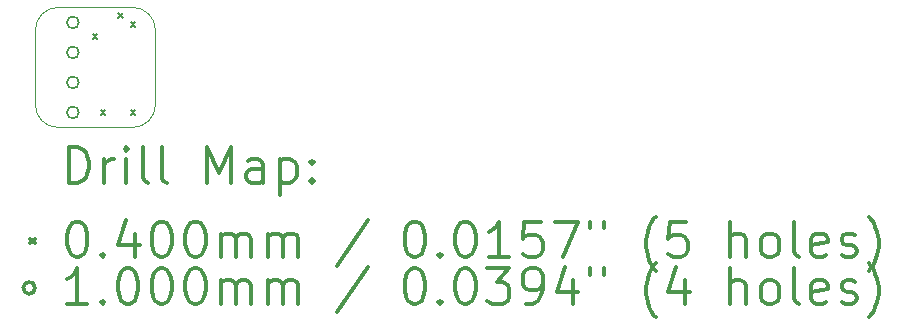
<source format=gbr>
%FSLAX45Y45*%
G04 Gerber Fmt 4.5, Leading zero omitted, Abs format (unit mm)*
G04 Created by KiCad (PCBNEW (5.1.10)-1) date 2021-12-13 17:09:44*
%MOMM*%
%LPD*%
G01*
G04 APERTURE LIST*
%TA.AperFunction,Profile*%
%ADD10C,0.050000*%
%TD*%
%ADD11C,0.200000*%
%ADD12C,0.300000*%
G04 APERTURE END LIST*
D10*
X13144500Y-10604500D02*
X13144500Y-11239500D01*
X13970000Y-10414000D02*
G75*
G02*
X14160500Y-10604500I0J-190500D01*
G01*
X14160500Y-11239500D02*
G75*
G02*
X13970000Y-11430000I-190500J0D01*
G01*
X13335000Y-11430000D02*
G75*
G02*
X13144500Y-11239500I0J190500D01*
G01*
X13144500Y-10604500D02*
G75*
G02*
X13335000Y-10414000I190500J0D01*
G01*
X13970000Y-11430000D02*
X13335000Y-11430000D01*
X14160500Y-10604500D02*
X14160500Y-11239500D01*
X13335000Y-10414000D02*
X13970000Y-10414000D01*
D11*
X13630000Y-10640000D02*
X13670000Y-10680000D01*
X13670000Y-10640000D02*
X13630000Y-10680000D01*
X13696000Y-11283000D02*
X13736000Y-11323000D01*
X13736000Y-11283000D02*
X13696000Y-11323000D01*
X13844576Y-10462979D02*
X13884576Y-10502979D01*
X13884576Y-10462979D02*
X13844576Y-10502979D01*
X13950000Y-10540000D02*
X13990000Y-10580000D01*
X13990000Y-10540000D02*
X13950000Y-10580000D01*
X13950000Y-11283000D02*
X13990000Y-11323000D01*
X13990000Y-11283000D02*
X13950000Y-11323000D01*
X13512000Y-10541000D02*
G75*
G03*
X13512000Y-10541000I-50000J0D01*
G01*
X13512000Y-10795000D02*
G75*
G03*
X13512000Y-10795000I-50000J0D01*
G01*
X13512000Y-11049000D02*
G75*
G03*
X13512000Y-11049000I-50000J0D01*
G01*
X13512000Y-11303000D02*
G75*
G03*
X13512000Y-11303000I-50000J0D01*
G01*
D12*
X13428428Y-11898214D02*
X13428428Y-11598214D01*
X13499857Y-11598214D01*
X13542714Y-11612500D01*
X13571286Y-11641071D01*
X13585571Y-11669643D01*
X13599857Y-11726786D01*
X13599857Y-11769643D01*
X13585571Y-11826786D01*
X13571286Y-11855357D01*
X13542714Y-11883929D01*
X13499857Y-11898214D01*
X13428428Y-11898214D01*
X13728428Y-11898214D02*
X13728428Y-11698214D01*
X13728428Y-11755357D02*
X13742714Y-11726786D01*
X13757000Y-11712500D01*
X13785571Y-11698214D01*
X13814143Y-11698214D01*
X13914143Y-11898214D02*
X13914143Y-11698214D01*
X13914143Y-11598214D02*
X13899857Y-11612500D01*
X13914143Y-11626786D01*
X13928428Y-11612500D01*
X13914143Y-11598214D01*
X13914143Y-11626786D01*
X14099857Y-11898214D02*
X14071286Y-11883929D01*
X14057000Y-11855357D01*
X14057000Y-11598214D01*
X14257000Y-11898214D02*
X14228428Y-11883929D01*
X14214143Y-11855357D01*
X14214143Y-11598214D01*
X14599857Y-11898214D02*
X14599857Y-11598214D01*
X14699857Y-11812500D01*
X14799857Y-11598214D01*
X14799857Y-11898214D01*
X15071286Y-11898214D02*
X15071286Y-11741071D01*
X15057000Y-11712500D01*
X15028428Y-11698214D01*
X14971286Y-11698214D01*
X14942714Y-11712500D01*
X15071286Y-11883929D02*
X15042714Y-11898214D01*
X14971286Y-11898214D01*
X14942714Y-11883929D01*
X14928428Y-11855357D01*
X14928428Y-11826786D01*
X14942714Y-11798214D01*
X14971286Y-11783929D01*
X15042714Y-11783929D01*
X15071286Y-11769643D01*
X15214143Y-11698214D02*
X15214143Y-11998214D01*
X15214143Y-11712500D02*
X15242714Y-11698214D01*
X15299857Y-11698214D01*
X15328428Y-11712500D01*
X15342714Y-11726786D01*
X15357000Y-11755357D01*
X15357000Y-11841071D01*
X15342714Y-11869643D01*
X15328428Y-11883929D01*
X15299857Y-11898214D01*
X15242714Y-11898214D01*
X15214143Y-11883929D01*
X15485571Y-11869643D02*
X15499857Y-11883929D01*
X15485571Y-11898214D01*
X15471286Y-11883929D01*
X15485571Y-11869643D01*
X15485571Y-11898214D01*
X15485571Y-11712500D02*
X15499857Y-11726786D01*
X15485571Y-11741071D01*
X15471286Y-11726786D01*
X15485571Y-11712500D01*
X15485571Y-11741071D01*
X13102000Y-12372500D02*
X13142000Y-12412500D01*
X13142000Y-12372500D02*
X13102000Y-12412500D01*
X13485571Y-12228214D02*
X13514143Y-12228214D01*
X13542714Y-12242500D01*
X13557000Y-12256786D01*
X13571286Y-12285357D01*
X13585571Y-12342500D01*
X13585571Y-12413929D01*
X13571286Y-12471071D01*
X13557000Y-12499643D01*
X13542714Y-12513929D01*
X13514143Y-12528214D01*
X13485571Y-12528214D01*
X13457000Y-12513929D01*
X13442714Y-12499643D01*
X13428428Y-12471071D01*
X13414143Y-12413929D01*
X13414143Y-12342500D01*
X13428428Y-12285357D01*
X13442714Y-12256786D01*
X13457000Y-12242500D01*
X13485571Y-12228214D01*
X13714143Y-12499643D02*
X13728428Y-12513929D01*
X13714143Y-12528214D01*
X13699857Y-12513929D01*
X13714143Y-12499643D01*
X13714143Y-12528214D01*
X13985571Y-12328214D02*
X13985571Y-12528214D01*
X13914143Y-12213929D02*
X13842714Y-12428214D01*
X14028428Y-12428214D01*
X14199857Y-12228214D02*
X14228428Y-12228214D01*
X14257000Y-12242500D01*
X14271286Y-12256786D01*
X14285571Y-12285357D01*
X14299857Y-12342500D01*
X14299857Y-12413929D01*
X14285571Y-12471071D01*
X14271286Y-12499643D01*
X14257000Y-12513929D01*
X14228428Y-12528214D01*
X14199857Y-12528214D01*
X14171286Y-12513929D01*
X14157000Y-12499643D01*
X14142714Y-12471071D01*
X14128428Y-12413929D01*
X14128428Y-12342500D01*
X14142714Y-12285357D01*
X14157000Y-12256786D01*
X14171286Y-12242500D01*
X14199857Y-12228214D01*
X14485571Y-12228214D02*
X14514143Y-12228214D01*
X14542714Y-12242500D01*
X14557000Y-12256786D01*
X14571286Y-12285357D01*
X14585571Y-12342500D01*
X14585571Y-12413929D01*
X14571286Y-12471071D01*
X14557000Y-12499643D01*
X14542714Y-12513929D01*
X14514143Y-12528214D01*
X14485571Y-12528214D01*
X14457000Y-12513929D01*
X14442714Y-12499643D01*
X14428428Y-12471071D01*
X14414143Y-12413929D01*
X14414143Y-12342500D01*
X14428428Y-12285357D01*
X14442714Y-12256786D01*
X14457000Y-12242500D01*
X14485571Y-12228214D01*
X14714143Y-12528214D02*
X14714143Y-12328214D01*
X14714143Y-12356786D02*
X14728428Y-12342500D01*
X14757000Y-12328214D01*
X14799857Y-12328214D01*
X14828428Y-12342500D01*
X14842714Y-12371071D01*
X14842714Y-12528214D01*
X14842714Y-12371071D02*
X14857000Y-12342500D01*
X14885571Y-12328214D01*
X14928428Y-12328214D01*
X14957000Y-12342500D01*
X14971286Y-12371071D01*
X14971286Y-12528214D01*
X15114143Y-12528214D02*
X15114143Y-12328214D01*
X15114143Y-12356786D02*
X15128428Y-12342500D01*
X15157000Y-12328214D01*
X15199857Y-12328214D01*
X15228428Y-12342500D01*
X15242714Y-12371071D01*
X15242714Y-12528214D01*
X15242714Y-12371071D02*
X15257000Y-12342500D01*
X15285571Y-12328214D01*
X15328428Y-12328214D01*
X15357000Y-12342500D01*
X15371286Y-12371071D01*
X15371286Y-12528214D01*
X15957000Y-12213929D02*
X15699857Y-12599643D01*
X16342714Y-12228214D02*
X16371286Y-12228214D01*
X16399857Y-12242500D01*
X16414143Y-12256786D01*
X16428428Y-12285357D01*
X16442714Y-12342500D01*
X16442714Y-12413929D01*
X16428428Y-12471071D01*
X16414143Y-12499643D01*
X16399857Y-12513929D01*
X16371286Y-12528214D01*
X16342714Y-12528214D01*
X16314143Y-12513929D01*
X16299857Y-12499643D01*
X16285571Y-12471071D01*
X16271286Y-12413929D01*
X16271286Y-12342500D01*
X16285571Y-12285357D01*
X16299857Y-12256786D01*
X16314143Y-12242500D01*
X16342714Y-12228214D01*
X16571286Y-12499643D02*
X16585571Y-12513929D01*
X16571286Y-12528214D01*
X16557000Y-12513929D01*
X16571286Y-12499643D01*
X16571286Y-12528214D01*
X16771286Y-12228214D02*
X16799857Y-12228214D01*
X16828428Y-12242500D01*
X16842714Y-12256786D01*
X16857000Y-12285357D01*
X16871286Y-12342500D01*
X16871286Y-12413929D01*
X16857000Y-12471071D01*
X16842714Y-12499643D01*
X16828428Y-12513929D01*
X16799857Y-12528214D01*
X16771286Y-12528214D01*
X16742714Y-12513929D01*
X16728428Y-12499643D01*
X16714143Y-12471071D01*
X16699857Y-12413929D01*
X16699857Y-12342500D01*
X16714143Y-12285357D01*
X16728428Y-12256786D01*
X16742714Y-12242500D01*
X16771286Y-12228214D01*
X17157000Y-12528214D02*
X16985571Y-12528214D01*
X17071286Y-12528214D02*
X17071286Y-12228214D01*
X17042714Y-12271071D01*
X17014143Y-12299643D01*
X16985571Y-12313929D01*
X17428428Y-12228214D02*
X17285571Y-12228214D01*
X17271286Y-12371071D01*
X17285571Y-12356786D01*
X17314143Y-12342500D01*
X17385571Y-12342500D01*
X17414143Y-12356786D01*
X17428428Y-12371071D01*
X17442714Y-12399643D01*
X17442714Y-12471071D01*
X17428428Y-12499643D01*
X17414143Y-12513929D01*
X17385571Y-12528214D01*
X17314143Y-12528214D01*
X17285571Y-12513929D01*
X17271286Y-12499643D01*
X17542714Y-12228214D02*
X17742714Y-12228214D01*
X17614143Y-12528214D01*
X17842714Y-12228214D02*
X17842714Y-12285357D01*
X17957000Y-12228214D02*
X17957000Y-12285357D01*
X18399857Y-12642500D02*
X18385571Y-12628214D01*
X18357000Y-12585357D01*
X18342714Y-12556786D01*
X18328428Y-12513929D01*
X18314143Y-12442500D01*
X18314143Y-12385357D01*
X18328428Y-12313929D01*
X18342714Y-12271071D01*
X18357000Y-12242500D01*
X18385571Y-12199643D01*
X18399857Y-12185357D01*
X18657000Y-12228214D02*
X18514143Y-12228214D01*
X18499857Y-12371071D01*
X18514143Y-12356786D01*
X18542714Y-12342500D01*
X18614143Y-12342500D01*
X18642714Y-12356786D01*
X18657000Y-12371071D01*
X18671286Y-12399643D01*
X18671286Y-12471071D01*
X18657000Y-12499643D01*
X18642714Y-12513929D01*
X18614143Y-12528214D01*
X18542714Y-12528214D01*
X18514143Y-12513929D01*
X18499857Y-12499643D01*
X19028428Y-12528214D02*
X19028428Y-12228214D01*
X19157000Y-12528214D02*
X19157000Y-12371071D01*
X19142714Y-12342500D01*
X19114143Y-12328214D01*
X19071286Y-12328214D01*
X19042714Y-12342500D01*
X19028428Y-12356786D01*
X19342714Y-12528214D02*
X19314143Y-12513929D01*
X19299857Y-12499643D01*
X19285571Y-12471071D01*
X19285571Y-12385357D01*
X19299857Y-12356786D01*
X19314143Y-12342500D01*
X19342714Y-12328214D01*
X19385571Y-12328214D01*
X19414143Y-12342500D01*
X19428428Y-12356786D01*
X19442714Y-12385357D01*
X19442714Y-12471071D01*
X19428428Y-12499643D01*
X19414143Y-12513929D01*
X19385571Y-12528214D01*
X19342714Y-12528214D01*
X19614143Y-12528214D02*
X19585571Y-12513929D01*
X19571286Y-12485357D01*
X19571286Y-12228214D01*
X19842714Y-12513929D02*
X19814143Y-12528214D01*
X19757000Y-12528214D01*
X19728428Y-12513929D01*
X19714143Y-12485357D01*
X19714143Y-12371071D01*
X19728428Y-12342500D01*
X19757000Y-12328214D01*
X19814143Y-12328214D01*
X19842714Y-12342500D01*
X19857000Y-12371071D01*
X19857000Y-12399643D01*
X19714143Y-12428214D01*
X19971286Y-12513929D02*
X19999857Y-12528214D01*
X20057000Y-12528214D01*
X20085571Y-12513929D01*
X20099857Y-12485357D01*
X20099857Y-12471071D01*
X20085571Y-12442500D01*
X20057000Y-12428214D01*
X20014143Y-12428214D01*
X19985571Y-12413929D01*
X19971286Y-12385357D01*
X19971286Y-12371071D01*
X19985571Y-12342500D01*
X20014143Y-12328214D01*
X20057000Y-12328214D01*
X20085571Y-12342500D01*
X20199857Y-12642500D02*
X20214143Y-12628214D01*
X20242714Y-12585357D01*
X20257000Y-12556786D01*
X20271286Y-12513929D01*
X20285571Y-12442500D01*
X20285571Y-12385357D01*
X20271286Y-12313929D01*
X20257000Y-12271071D01*
X20242714Y-12242500D01*
X20214143Y-12199643D01*
X20199857Y-12185357D01*
X13142000Y-12788500D02*
G75*
G03*
X13142000Y-12788500I-50000J0D01*
G01*
X13585571Y-12924214D02*
X13414143Y-12924214D01*
X13499857Y-12924214D02*
X13499857Y-12624214D01*
X13471286Y-12667071D01*
X13442714Y-12695643D01*
X13414143Y-12709929D01*
X13714143Y-12895643D02*
X13728428Y-12909929D01*
X13714143Y-12924214D01*
X13699857Y-12909929D01*
X13714143Y-12895643D01*
X13714143Y-12924214D01*
X13914143Y-12624214D02*
X13942714Y-12624214D01*
X13971286Y-12638500D01*
X13985571Y-12652786D01*
X13999857Y-12681357D01*
X14014143Y-12738500D01*
X14014143Y-12809929D01*
X13999857Y-12867071D01*
X13985571Y-12895643D01*
X13971286Y-12909929D01*
X13942714Y-12924214D01*
X13914143Y-12924214D01*
X13885571Y-12909929D01*
X13871286Y-12895643D01*
X13857000Y-12867071D01*
X13842714Y-12809929D01*
X13842714Y-12738500D01*
X13857000Y-12681357D01*
X13871286Y-12652786D01*
X13885571Y-12638500D01*
X13914143Y-12624214D01*
X14199857Y-12624214D02*
X14228428Y-12624214D01*
X14257000Y-12638500D01*
X14271286Y-12652786D01*
X14285571Y-12681357D01*
X14299857Y-12738500D01*
X14299857Y-12809929D01*
X14285571Y-12867071D01*
X14271286Y-12895643D01*
X14257000Y-12909929D01*
X14228428Y-12924214D01*
X14199857Y-12924214D01*
X14171286Y-12909929D01*
X14157000Y-12895643D01*
X14142714Y-12867071D01*
X14128428Y-12809929D01*
X14128428Y-12738500D01*
X14142714Y-12681357D01*
X14157000Y-12652786D01*
X14171286Y-12638500D01*
X14199857Y-12624214D01*
X14485571Y-12624214D02*
X14514143Y-12624214D01*
X14542714Y-12638500D01*
X14557000Y-12652786D01*
X14571286Y-12681357D01*
X14585571Y-12738500D01*
X14585571Y-12809929D01*
X14571286Y-12867071D01*
X14557000Y-12895643D01*
X14542714Y-12909929D01*
X14514143Y-12924214D01*
X14485571Y-12924214D01*
X14457000Y-12909929D01*
X14442714Y-12895643D01*
X14428428Y-12867071D01*
X14414143Y-12809929D01*
X14414143Y-12738500D01*
X14428428Y-12681357D01*
X14442714Y-12652786D01*
X14457000Y-12638500D01*
X14485571Y-12624214D01*
X14714143Y-12924214D02*
X14714143Y-12724214D01*
X14714143Y-12752786D02*
X14728428Y-12738500D01*
X14757000Y-12724214D01*
X14799857Y-12724214D01*
X14828428Y-12738500D01*
X14842714Y-12767071D01*
X14842714Y-12924214D01*
X14842714Y-12767071D02*
X14857000Y-12738500D01*
X14885571Y-12724214D01*
X14928428Y-12724214D01*
X14957000Y-12738500D01*
X14971286Y-12767071D01*
X14971286Y-12924214D01*
X15114143Y-12924214D02*
X15114143Y-12724214D01*
X15114143Y-12752786D02*
X15128428Y-12738500D01*
X15157000Y-12724214D01*
X15199857Y-12724214D01*
X15228428Y-12738500D01*
X15242714Y-12767071D01*
X15242714Y-12924214D01*
X15242714Y-12767071D02*
X15257000Y-12738500D01*
X15285571Y-12724214D01*
X15328428Y-12724214D01*
X15357000Y-12738500D01*
X15371286Y-12767071D01*
X15371286Y-12924214D01*
X15957000Y-12609929D02*
X15699857Y-12995643D01*
X16342714Y-12624214D02*
X16371286Y-12624214D01*
X16399857Y-12638500D01*
X16414143Y-12652786D01*
X16428428Y-12681357D01*
X16442714Y-12738500D01*
X16442714Y-12809929D01*
X16428428Y-12867071D01*
X16414143Y-12895643D01*
X16399857Y-12909929D01*
X16371286Y-12924214D01*
X16342714Y-12924214D01*
X16314143Y-12909929D01*
X16299857Y-12895643D01*
X16285571Y-12867071D01*
X16271286Y-12809929D01*
X16271286Y-12738500D01*
X16285571Y-12681357D01*
X16299857Y-12652786D01*
X16314143Y-12638500D01*
X16342714Y-12624214D01*
X16571286Y-12895643D02*
X16585571Y-12909929D01*
X16571286Y-12924214D01*
X16557000Y-12909929D01*
X16571286Y-12895643D01*
X16571286Y-12924214D01*
X16771286Y-12624214D02*
X16799857Y-12624214D01*
X16828428Y-12638500D01*
X16842714Y-12652786D01*
X16857000Y-12681357D01*
X16871286Y-12738500D01*
X16871286Y-12809929D01*
X16857000Y-12867071D01*
X16842714Y-12895643D01*
X16828428Y-12909929D01*
X16799857Y-12924214D01*
X16771286Y-12924214D01*
X16742714Y-12909929D01*
X16728428Y-12895643D01*
X16714143Y-12867071D01*
X16699857Y-12809929D01*
X16699857Y-12738500D01*
X16714143Y-12681357D01*
X16728428Y-12652786D01*
X16742714Y-12638500D01*
X16771286Y-12624214D01*
X16971286Y-12624214D02*
X17157000Y-12624214D01*
X17057000Y-12738500D01*
X17099857Y-12738500D01*
X17128428Y-12752786D01*
X17142714Y-12767071D01*
X17157000Y-12795643D01*
X17157000Y-12867071D01*
X17142714Y-12895643D01*
X17128428Y-12909929D01*
X17099857Y-12924214D01*
X17014143Y-12924214D01*
X16985571Y-12909929D01*
X16971286Y-12895643D01*
X17299857Y-12924214D02*
X17357000Y-12924214D01*
X17385571Y-12909929D01*
X17399857Y-12895643D01*
X17428428Y-12852786D01*
X17442714Y-12795643D01*
X17442714Y-12681357D01*
X17428428Y-12652786D01*
X17414143Y-12638500D01*
X17385571Y-12624214D01*
X17328428Y-12624214D01*
X17299857Y-12638500D01*
X17285571Y-12652786D01*
X17271286Y-12681357D01*
X17271286Y-12752786D01*
X17285571Y-12781357D01*
X17299857Y-12795643D01*
X17328428Y-12809929D01*
X17385571Y-12809929D01*
X17414143Y-12795643D01*
X17428428Y-12781357D01*
X17442714Y-12752786D01*
X17699857Y-12724214D02*
X17699857Y-12924214D01*
X17628428Y-12609929D02*
X17557000Y-12824214D01*
X17742714Y-12824214D01*
X17842714Y-12624214D02*
X17842714Y-12681357D01*
X17957000Y-12624214D02*
X17957000Y-12681357D01*
X18399857Y-13038500D02*
X18385571Y-13024214D01*
X18357000Y-12981357D01*
X18342714Y-12952786D01*
X18328428Y-12909929D01*
X18314143Y-12838500D01*
X18314143Y-12781357D01*
X18328428Y-12709929D01*
X18342714Y-12667071D01*
X18357000Y-12638500D01*
X18385571Y-12595643D01*
X18399857Y-12581357D01*
X18642714Y-12724214D02*
X18642714Y-12924214D01*
X18571286Y-12609929D02*
X18499857Y-12824214D01*
X18685571Y-12824214D01*
X19028428Y-12924214D02*
X19028428Y-12624214D01*
X19157000Y-12924214D02*
X19157000Y-12767071D01*
X19142714Y-12738500D01*
X19114143Y-12724214D01*
X19071286Y-12724214D01*
X19042714Y-12738500D01*
X19028428Y-12752786D01*
X19342714Y-12924214D02*
X19314143Y-12909929D01*
X19299857Y-12895643D01*
X19285571Y-12867071D01*
X19285571Y-12781357D01*
X19299857Y-12752786D01*
X19314143Y-12738500D01*
X19342714Y-12724214D01*
X19385571Y-12724214D01*
X19414143Y-12738500D01*
X19428428Y-12752786D01*
X19442714Y-12781357D01*
X19442714Y-12867071D01*
X19428428Y-12895643D01*
X19414143Y-12909929D01*
X19385571Y-12924214D01*
X19342714Y-12924214D01*
X19614143Y-12924214D02*
X19585571Y-12909929D01*
X19571286Y-12881357D01*
X19571286Y-12624214D01*
X19842714Y-12909929D02*
X19814143Y-12924214D01*
X19757000Y-12924214D01*
X19728428Y-12909929D01*
X19714143Y-12881357D01*
X19714143Y-12767071D01*
X19728428Y-12738500D01*
X19757000Y-12724214D01*
X19814143Y-12724214D01*
X19842714Y-12738500D01*
X19857000Y-12767071D01*
X19857000Y-12795643D01*
X19714143Y-12824214D01*
X19971286Y-12909929D02*
X19999857Y-12924214D01*
X20057000Y-12924214D01*
X20085571Y-12909929D01*
X20099857Y-12881357D01*
X20099857Y-12867071D01*
X20085571Y-12838500D01*
X20057000Y-12824214D01*
X20014143Y-12824214D01*
X19985571Y-12809929D01*
X19971286Y-12781357D01*
X19971286Y-12767071D01*
X19985571Y-12738500D01*
X20014143Y-12724214D01*
X20057000Y-12724214D01*
X20085571Y-12738500D01*
X20199857Y-13038500D02*
X20214143Y-13024214D01*
X20242714Y-12981357D01*
X20257000Y-12952786D01*
X20271286Y-12909929D01*
X20285571Y-12838500D01*
X20285571Y-12781357D01*
X20271286Y-12709929D01*
X20257000Y-12667071D01*
X20242714Y-12638500D01*
X20214143Y-12595643D01*
X20199857Y-12581357D01*
M02*

</source>
